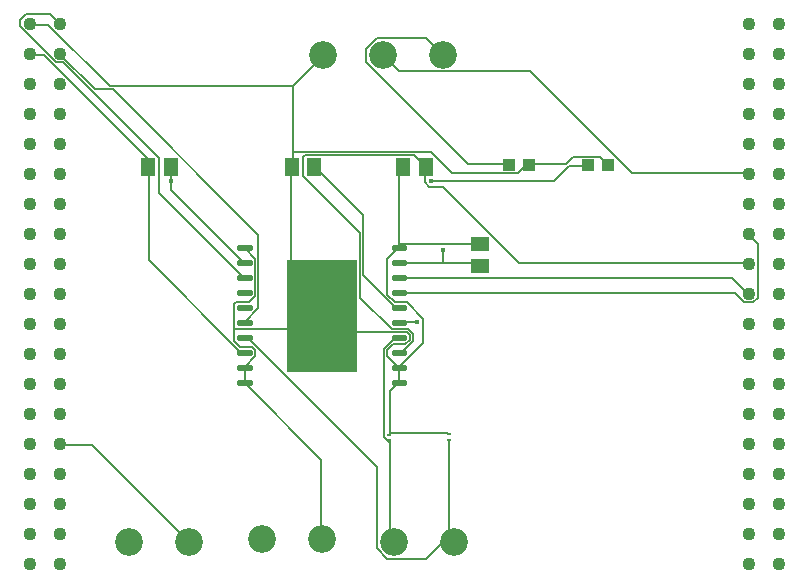
<source format=gbr>
G04 EAGLE Gerber RS-274X export*
G75*
%MOMM*%
%FSLAX34Y34*%
%LPD*%
%INTop Copper*%
%IPPOS*%
%AMOC8*
5,1,8,0,0,1.08239X$1,22.5*%
G01*
%ADD10R,1.100000X1.000000*%
%ADD11R,1.500000X1.300000*%
%ADD12R,0.350000X0.250000*%
%ADD13R,1.300000X1.500000*%
%ADD14C,1.108000*%
%ADD15C,2.340000*%
%ADD16C,0.265000*%
%ADD17R,6.000000X9.600000*%
%ADD18C,0.127000*%
%ADD19C,0.452400*%


D10*
X448700Y372800D03*
X465700Y372800D03*
D11*
X423800Y287100D03*
X423800Y306100D03*
D12*
X397200Y140400D03*
X397200Y145400D03*
X347200Y139600D03*
X347200Y144600D03*
D10*
X515200Y372800D03*
X532200Y372800D03*
D13*
X264500Y371200D03*
X283500Y371200D03*
X358700Y371200D03*
X377700Y371200D03*
X142900Y371200D03*
X161900Y371200D03*
D14*
X42600Y492600D03*
X42600Y467200D03*
X42600Y441800D03*
X42600Y416400D03*
X42600Y391000D03*
X42600Y365600D03*
X42600Y340200D03*
X42600Y314800D03*
X42600Y289400D03*
X42600Y264000D03*
X42600Y238600D03*
X42600Y213200D03*
X42600Y187800D03*
X42600Y162400D03*
X42600Y137000D03*
X42600Y111600D03*
X42600Y86200D03*
X42600Y60800D03*
X42600Y35400D03*
X68000Y35400D03*
X68000Y60800D03*
X68000Y86200D03*
X68000Y111600D03*
X68000Y137000D03*
X68000Y162400D03*
X68000Y187800D03*
X68000Y213200D03*
X68000Y238600D03*
X68000Y264000D03*
X68000Y289400D03*
X68000Y314800D03*
X68000Y340200D03*
X68000Y365600D03*
X68000Y391000D03*
X68000Y416400D03*
X68000Y441800D03*
X68000Y467200D03*
X68000Y492600D03*
X651200Y492600D03*
X651200Y467200D03*
X651200Y441800D03*
X651200Y416400D03*
X651200Y391000D03*
X651200Y365600D03*
X651200Y340200D03*
X651200Y314800D03*
X651200Y289400D03*
X651200Y264000D03*
X651200Y238600D03*
X651200Y213200D03*
X651200Y187800D03*
X651200Y162400D03*
X651200Y137000D03*
X651200Y111600D03*
X651200Y86200D03*
X651200Y60800D03*
X651200Y35400D03*
X676600Y35400D03*
X676600Y60800D03*
X676600Y86200D03*
X676600Y111600D03*
X676600Y137000D03*
X676600Y162400D03*
X676600Y187800D03*
X676600Y213200D03*
X676600Y238600D03*
X676600Y264000D03*
X676600Y289400D03*
X676600Y314800D03*
X676600Y340200D03*
X676600Y365600D03*
X676600Y391000D03*
X676600Y416400D03*
X676600Y441800D03*
X676600Y467200D03*
X676600Y492600D03*
D15*
X239089Y56050D03*
X289889Y56050D03*
X392711Y465850D03*
X341911Y465850D03*
X291111Y465850D03*
X351189Y54050D03*
X401989Y54050D03*
X126489Y54050D03*
X177289Y54050D03*
D16*
X219350Y301375D02*
X229700Y301375D01*
X219350Y301375D02*
X219350Y304025D01*
X229700Y304025D01*
X229700Y301375D01*
X229700Y303892D02*
X219350Y303892D01*
X219350Y288675D02*
X229700Y288675D01*
X219350Y288675D02*
X219350Y291325D01*
X229700Y291325D01*
X229700Y288675D01*
X229700Y291192D02*
X219350Y291192D01*
X219350Y275975D02*
X229700Y275975D01*
X219350Y275975D02*
X219350Y278625D01*
X229700Y278625D01*
X229700Y275975D01*
X229700Y278492D02*
X219350Y278492D01*
X219350Y263275D02*
X229700Y263275D01*
X219350Y263275D02*
X219350Y265925D01*
X229700Y265925D01*
X229700Y263275D01*
X229700Y265792D02*
X219350Y265792D01*
X219350Y250575D02*
X229700Y250575D01*
X219350Y250575D02*
X219350Y253225D01*
X229700Y253225D01*
X229700Y250575D01*
X229700Y253092D02*
X219350Y253092D01*
X219350Y237875D02*
X229700Y237875D01*
X219350Y237875D02*
X219350Y240525D01*
X229700Y240525D01*
X229700Y237875D01*
X229700Y240392D02*
X219350Y240392D01*
X219350Y225175D02*
X229700Y225175D01*
X219350Y225175D02*
X219350Y227825D01*
X229700Y227825D01*
X229700Y225175D01*
X229700Y227692D02*
X219350Y227692D01*
X219350Y212475D02*
X229700Y212475D01*
X219350Y212475D02*
X219350Y215125D01*
X229700Y215125D01*
X229700Y212475D01*
X229700Y214992D02*
X219350Y214992D01*
X219350Y199775D02*
X229700Y199775D01*
X219350Y199775D02*
X219350Y202425D01*
X229700Y202425D01*
X229700Y199775D01*
X229700Y202292D02*
X219350Y202292D01*
X219350Y187075D02*
X229700Y187075D01*
X219350Y187075D02*
X219350Y189725D01*
X229700Y189725D01*
X229700Y187075D01*
X229700Y189592D02*
X219350Y189592D01*
X349775Y288675D02*
X360125Y288675D01*
X349775Y288675D02*
X349775Y291325D01*
X360125Y291325D01*
X360125Y288675D01*
X360125Y291192D02*
X349775Y291192D01*
X349775Y275975D02*
X360125Y275975D01*
X349775Y275975D02*
X349775Y278625D01*
X360125Y278625D01*
X360125Y275975D01*
X360125Y278492D02*
X349775Y278492D01*
X349775Y263275D02*
X360125Y263275D01*
X349775Y263275D02*
X349775Y265925D01*
X360125Y265925D01*
X360125Y263275D01*
X360125Y265792D02*
X349775Y265792D01*
X349775Y250575D02*
X360125Y250575D01*
X349775Y250575D02*
X349775Y253225D01*
X360125Y253225D01*
X360125Y250575D01*
X360125Y253092D02*
X349775Y253092D01*
X349775Y237875D02*
X360125Y237875D01*
X349775Y237875D02*
X349775Y240525D01*
X360125Y240525D01*
X360125Y237875D01*
X360125Y240392D02*
X349775Y240392D01*
X349775Y225175D02*
X360125Y225175D01*
X349775Y225175D02*
X349775Y227825D01*
X360125Y227825D01*
X360125Y225175D01*
X360125Y227692D02*
X349775Y227692D01*
X349775Y212475D02*
X360125Y212475D01*
X349775Y212475D02*
X349775Y215125D01*
X360125Y215125D01*
X360125Y212475D01*
X360125Y214992D02*
X349775Y214992D01*
X349775Y199775D02*
X360125Y199775D01*
X349775Y199775D02*
X349775Y202425D01*
X360125Y202425D01*
X360125Y199775D01*
X360125Y202292D02*
X349775Y202292D01*
X349775Y187075D02*
X360125Y187075D01*
X349775Y187075D02*
X349775Y189725D01*
X360125Y189725D01*
X360125Y187075D01*
X360125Y189592D02*
X349775Y189592D01*
X349775Y301375D02*
X360125Y301375D01*
X349775Y301375D02*
X349775Y304025D01*
X360125Y304025D01*
X360125Y301375D01*
X360125Y303892D02*
X349775Y303892D01*
D17*
X290000Y245000D03*
D18*
X392430Y289560D02*
X421640Y289560D01*
X392430Y289560D02*
X355600Y289560D01*
X421640Y289560D02*
X422910Y288290D01*
X355600Y289560D02*
X354950Y290000D01*
X422910Y288290D02*
X423800Y287100D01*
X414020Y373380D02*
X448310Y373380D01*
X414020Y373380D02*
X327660Y459740D01*
X327660Y471170D01*
X336550Y480060D01*
X378460Y480060D01*
X392430Y466090D01*
X448310Y373380D02*
X448700Y372800D01*
X392711Y465850D02*
X392430Y466090D01*
X392430Y300990D02*
X392430Y289560D01*
D19*
X392430Y300990D03*
D18*
X397510Y139700D02*
X397510Y58420D01*
X401320Y54610D01*
X397510Y139700D02*
X397200Y140400D01*
X401320Y54610D02*
X401989Y54050D01*
X227330Y226060D02*
X224790Y226060D01*
X227330Y226060D02*
X336550Y116840D01*
X336550Y48260D01*
X345440Y39370D01*
X378460Y39370D01*
X397510Y58420D01*
X224790Y226060D02*
X224525Y226500D01*
X397510Y58420D02*
X401989Y54050D01*
X347980Y57150D02*
X347980Y138430D01*
X347980Y57150D02*
X350520Y54610D01*
X347980Y138430D02*
X347200Y139600D01*
X350520Y54610D02*
X351189Y54050D01*
X351790Y226060D02*
X354330Y226060D01*
X351790Y226060D02*
X342900Y217170D01*
X342900Y142240D01*
X346710Y138430D01*
X354330Y226060D02*
X354950Y226500D01*
X347200Y139600D02*
X346710Y138430D01*
X351790Y252730D02*
X354330Y252730D01*
X351790Y252730D02*
X325120Y279400D01*
X325120Y330200D01*
X284480Y370840D01*
X354330Y252730D02*
X354950Y251900D01*
X284480Y370840D02*
X283500Y371200D01*
X355600Y214630D02*
X358140Y214630D01*
X367030Y223520D01*
X367030Y229870D01*
X363220Y233680D01*
X349250Y233680D01*
X322580Y260350D01*
X322580Y314960D01*
X274320Y363220D01*
X274320Y379730D01*
X275590Y381000D01*
X368300Y381000D01*
X377190Y372110D01*
X355600Y214630D02*
X354950Y213800D01*
X377700Y371200D02*
X377190Y372110D01*
X457200Y289560D02*
X650240Y289560D01*
X457200Y289560D02*
X392430Y354330D01*
X381000Y354330D01*
X377190Y358140D01*
X377190Y370840D01*
X650240Y289560D02*
X651200Y289400D01*
X377700Y371200D02*
X377190Y370840D01*
X552450Y365760D02*
X650240Y365760D01*
X552450Y365760D02*
X466090Y452120D01*
X355600Y452120D01*
X342900Y464820D01*
X650240Y365760D02*
X651200Y365600D01*
X342900Y464820D02*
X341911Y465850D01*
X223520Y290830D02*
X162560Y351790D01*
X162560Y359410D02*
X162560Y370840D01*
X162560Y359410D02*
X162560Y351790D01*
X223520Y290830D02*
X224525Y290000D01*
X162560Y370840D02*
X161900Y371200D01*
X499110Y372110D02*
X514350Y372110D01*
X499110Y372110D02*
X486410Y359410D01*
X382270Y359410D01*
X514350Y372110D02*
X515200Y372800D01*
D19*
X382270Y359410D03*
X162560Y359410D03*
D18*
X220980Y214630D02*
X223520Y214630D01*
X220980Y214630D02*
X143510Y292100D01*
X143510Y370840D01*
X223520Y214630D02*
X224525Y213800D01*
X143510Y370840D02*
X142900Y371200D01*
X54610Y466090D02*
X43180Y466090D01*
X54610Y466090D02*
X142240Y378460D01*
X142240Y372110D01*
X43180Y466090D02*
X42600Y467200D01*
X142240Y372110D02*
X142900Y371200D01*
X224790Y200660D02*
X224790Y189230D01*
X224525Y188400D01*
X224790Y200660D02*
X224525Y201100D01*
X233680Y293370D02*
X224790Y302260D01*
X233680Y293370D02*
X233680Y261620D01*
X228600Y256540D01*
X217170Y256540D01*
X215900Y255270D01*
X215900Y233680D02*
X215900Y223520D01*
X215900Y233680D02*
X215900Y255270D01*
X215900Y223520D02*
X220980Y218440D01*
X231140Y218440D01*
X233680Y215900D01*
X233680Y210820D01*
X224790Y201930D01*
X224790Y302260D02*
X224525Y302700D01*
X224790Y201930D02*
X224525Y201100D01*
X289560Y123190D02*
X289560Y57150D01*
X289560Y123190D02*
X224790Y187960D01*
X289560Y57150D02*
X289889Y56050D01*
X224790Y187960D02*
X224525Y188400D01*
X355600Y306070D02*
X355600Y368300D01*
X355600Y306070D02*
X355600Y303530D01*
X355600Y368300D02*
X358140Y370840D01*
X355600Y303530D02*
X354950Y302700D01*
X358140Y370840D02*
X358700Y371200D01*
X355600Y306070D02*
X422910Y306070D01*
X423800Y306100D01*
X347980Y181610D02*
X347980Y146050D01*
X347980Y144780D01*
X347980Y181610D02*
X354330Y187960D01*
X347980Y144780D02*
X347200Y144600D01*
X354330Y187960D02*
X354950Y188400D01*
X347980Y146050D02*
X396240Y146050D01*
X397200Y145400D01*
X355600Y189230D02*
X355600Y200660D01*
X354950Y201100D01*
X355600Y189230D02*
X354950Y188400D01*
X354330Y201930D02*
X345440Y210820D01*
X345440Y215900D01*
X350520Y220980D01*
X360680Y220980D01*
X364490Y224790D01*
X364490Y228600D01*
X361950Y231140D01*
X303530Y231140D01*
X290830Y243840D01*
X354330Y201930D02*
X354950Y201100D01*
X290830Y243840D02*
X290000Y245000D01*
X345440Y293370D02*
X354330Y302260D01*
X345440Y293370D02*
X345440Y262890D01*
X351790Y256540D01*
X361950Y256540D01*
X375920Y242570D01*
X375920Y222250D01*
X355600Y201930D01*
X354330Y302260D02*
X354950Y302700D01*
X355600Y201930D02*
X354950Y201100D01*
X279400Y233680D02*
X264160Y233680D01*
X215900Y233680D01*
X279400Y233680D02*
X289560Y243840D01*
X290000Y245000D01*
X466090Y373380D02*
X496570Y373380D01*
X502920Y379730D01*
X525780Y379730D01*
X532130Y373380D01*
X466090Y373380D02*
X465700Y372800D01*
X532130Y373380D02*
X532200Y372800D01*
X265430Y383540D02*
X265430Y439420D01*
X265430Y383540D02*
X265430Y372110D01*
X265430Y439420D02*
X290830Y464820D01*
X265430Y372110D02*
X264500Y371200D01*
X290830Y464820D02*
X291111Y465850D01*
X58420Y491490D02*
X43180Y491490D01*
X58420Y491490D02*
X110490Y439420D01*
X265430Y439420D01*
X43180Y491490D02*
X42600Y492600D01*
X462280Y372110D02*
X464820Y372110D01*
X462280Y372110D02*
X455930Y365760D01*
X400050Y365760D01*
X382270Y383540D01*
X265430Y383540D01*
X464820Y372110D02*
X465700Y372800D01*
X264160Y370840D02*
X264160Y233680D01*
X290000Y245000D01*
X264160Y370840D02*
X264500Y371200D01*
X236220Y251460D02*
X224790Y240030D01*
X236220Y251460D02*
X236220Y313690D01*
X113030Y436880D01*
X97790Y436880D01*
X68580Y466090D01*
X224790Y240030D02*
X224525Y239200D01*
X68580Y466090D02*
X68000Y467200D01*
X355600Y276860D02*
X637540Y276860D01*
X650240Y264160D01*
X355600Y276860D02*
X354950Y277300D01*
X650240Y264160D02*
X651200Y264000D01*
X640080Y264160D02*
X355600Y264160D01*
X640080Y264160D02*
X647700Y256540D01*
X655320Y256540D01*
X659130Y260350D01*
X659130Y306070D01*
X651510Y313690D01*
X355600Y264160D02*
X354950Y264600D01*
X651200Y314800D02*
X651510Y313690D01*
X223520Y278130D02*
X152400Y349250D01*
X152400Y378460D01*
X71120Y459740D01*
X64770Y459740D01*
X34290Y490220D01*
X34290Y495300D01*
X39370Y500380D01*
X59690Y500380D01*
X67310Y492760D01*
X223520Y278130D02*
X224525Y277300D01*
X68000Y492600D02*
X67310Y492760D01*
X355600Y240030D02*
X370840Y240030D01*
X355600Y240030D02*
X354950Y239200D01*
D19*
X370840Y240030D03*
D18*
X95250Y135890D02*
X68580Y135890D01*
X95250Y135890D02*
X176530Y54610D01*
X68580Y135890D02*
X68000Y137000D01*
X176530Y54610D02*
X177289Y54050D01*
M02*

</source>
